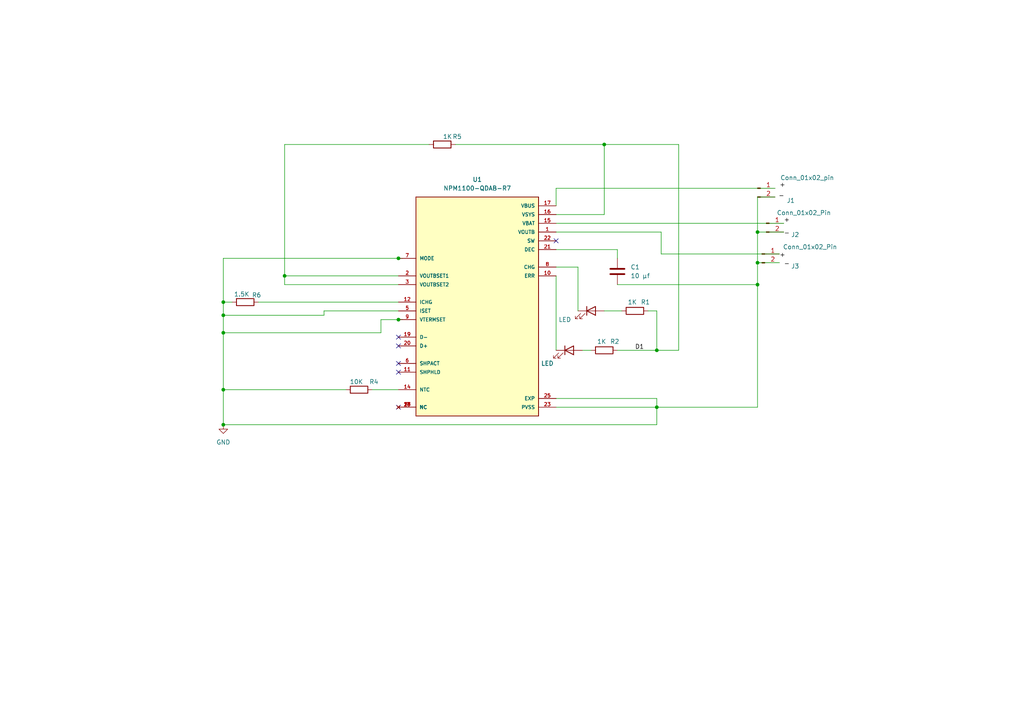
<source format=kicad_sch>
(kicad_sch
	(version 20250114)
	(generator "eeschema")
	(generator_version "9.0")
	(uuid "5347527d-400f-4982-9943-b803b328688c")
	(paper "A4")
	(title_block
		(title "NPM1100 EVAL BOARD DESIGN")
		(date "17-6-25")
		(rev "1.0")
	)
	(lib_symbols
		(symbol "Connector:Conn_01x02_Pin"
			(pin_names
				(offset 1.016)
				(hide yes)
			)
			(exclude_from_sim no)
			(in_bom yes)
			(on_board yes)
			(property "Reference" "J"
				(at 0 2.54 0)
				(effects
					(font
						(size 1.27 1.27)
					)
				)
			)
			(property "Value" "Conn_01x02_Pin"
				(at 0 -5.08 0)
				(effects
					(font
						(size 1.27 1.27)
					)
				)
			)
			(property "Footprint" ""
				(at 0 0 0)
				(effects
					(font
						(size 1.27 1.27)
					)
					(hide yes)
				)
			)
			(property "Datasheet" "~"
				(at 0 0 0)
				(effects
					(font
						(size 1.27 1.27)
					)
					(hide yes)
				)
			)
			(property "Description" "Generic connector, single row, 01x02, script generated"
				(at 0 0 0)
				(effects
					(font
						(size 1.27 1.27)
					)
					(hide yes)
				)
			)
			(property "ki_locked" ""
				(at 0 0 0)
				(effects
					(font
						(size 1.27 1.27)
					)
				)
			)
			(property "ki_keywords" "connector"
				(at 0 0 0)
				(effects
					(font
						(size 1.27 1.27)
					)
					(hide yes)
				)
			)
			(property "ki_fp_filters" "Connector*:*_1x??_*"
				(at 0 0 0)
				(effects
					(font
						(size 1.27 1.27)
					)
					(hide yes)
				)
			)
			(symbol "Conn_01x02_Pin_1_1"
				(rectangle
					(start 0.8636 0.127)
					(end 0 -0.127)
					(stroke
						(width 0.1524)
						(type default)
					)
					(fill
						(type outline)
					)
				)
				(rectangle
					(start 0.8636 -2.413)
					(end 0 -2.667)
					(stroke
						(width 0.1524)
						(type default)
					)
					(fill
						(type outline)
					)
				)
				(polyline
					(pts
						(xy 1.27 0) (xy 0.8636 0)
					)
					(stroke
						(width 0.1524)
						(type default)
					)
					(fill
						(type none)
					)
				)
				(polyline
					(pts
						(xy 1.27 -2.54) (xy 0.8636 -2.54)
					)
					(stroke
						(width 0.1524)
						(type default)
					)
					(fill
						(type none)
					)
				)
				(pin passive line
					(at 5.08 0 180)
					(length 3.81)
					(name "Pin_1"
						(effects
							(font
								(size 1.27 1.27)
							)
						)
					)
					(number "1"
						(effects
							(font
								(size 1.27 1.27)
							)
						)
					)
				)
				(pin passive line
					(at 5.08 -2.54 180)
					(length 3.81)
					(name "Pin_2"
						(effects
							(font
								(size 1.27 1.27)
							)
						)
					)
					(number "2"
						(effects
							(font
								(size 1.27 1.27)
							)
						)
					)
				)
			)
			(embedded_fonts no)
		)
		(symbol "Device:C"
			(pin_numbers
				(hide yes)
			)
			(pin_names
				(offset 0.254)
			)
			(exclude_from_sim no)
			(in_bom yes)
			(on_board yes)
			(property "Reference" "C"
				(at 0.635 2.54 0)
				(effects
					(font
						(size 1.27 1.27)
					)
					(justify left)
				)
			)
			(property "Value" "C"
				(at 0.635 -2.54 0)
				(effects
					(font
						(size 1.27 1.27)
					)
					(justify left)
				)
			)
			(property "Footprint" ""
				(at 0.9652 -3.81 0)
				(effects
					(font
						(size 1.27 1.27)
					)
					(hide yes)
				)
			)
			(property "Datasheet" "~"
				(at 0 0 0)
				(effects
					(font
						(size 1.27 1.27)
					)
					(hide yes)
				)
			)
			(property "Description" "Unpolarized capacitor"
				(at 0 0 0)
				(effects
					(font
						(size 1.27 1.27)
					)
					(hide yes)
				)
			)
			(property "ki_keywords" "cap capacitor"
				(at 0 0 0)
				(effects
					(font
						(size 1.27 1.27)
					)
					(hide yes)
				)
			)
			(property "ki_fp_filters" "C_*"
				(at 0 0 0)
				(effects
					(font
						(size 1.27 1.27)
					)
					(hide yes)
				)
			)
			(symbol "C_0_1"
				(polyline
					(pts
						(xy -2.032 0.762) (xy 2.032 0.762)
					)
					(stroke
						(width 0.508)
						(type default)
					)
					(fill
						(type none)
					)
				)
				(polyline
					(pts
						(xy -2.032 -0.762) (xy 2.032 -0.762)
					)
					(stroke
						(width 0.508)
						(type default)
					)
					(fill
						(type none)
					)
				)
			)
			(symbol "C_1_1"
				(pin passive line
					(at 0 3.81 270)
					(length 2.794)
					(name "~"
						(effects
							(font
								(size 1.27 1.27)
							)
						)
					)
					(number "1"
						(effects
							(font
								(size 1.27 1.27)
							)
						)
					)
				)
				(pin passive line
					(at 0 -3.81 90)
					(length 2.794)
					(name "~"
						(effects
							(font
								(size 1.27 1.27)
							)
						)
					)
					(number "2"
						(effects
							(font
								(size 1.27 1.27)
							)
						)
					)
				)
			)
			(embedded_fonts no)
		)
		(symbol "Device:LED"
			(pin_numbers
				(hide yes)
			)
			(pin_names
				(offset 1.016)
				(hide yes)
			)
			(exclude_from_sim no)
			(in_bom yes)
			(on_board yes)
			(property "Reference" "D"
				(at 0 2.54 0)
				(effects
					(font
						(size 1.27 1.27)
					)
				)
			)
			(property "Value" "LED"
				(at 0 -2.54 0)
				(effects
					(font
						(size 1.27 1.27)
					)
				)
			)
			(property "Footprint" ""
				(at 0 0 0)
				(effects
					(font
						(size 1.27 1.27)
					)
					(hide yes)
				)
			)
			(property "Datasheet" "~"
				(at 0 0 0)
				(effects
					(font
						(size 1.27 1.27)
					)
					(hide yes)
				)
			)
			(property "Description" "Light emitting diode"
				(at 0 0 0)
				(effects
					(font
						(size 1.27 1.27)
					)
					(hide yes)
				)
			)
			(property "Sim.Pins" "1=K 2=A"
				(at 0 0 0)
				(effects
					(font
						(size 1.27 1.27)
					)
					(hide yes)
				)
			)
			(property "ki_keywords" "LED diode"
				(at 0 0 0)
				(effects
					(font
						(size 1.27 1.27)
					)
					(hide yes)
				)
			)
			(property "ki_fp_filters" "LED* LED_SMD:* LED_THT:*"
				(at 0 0 0)
				(effects
					(font
						(size 1.27 1.27)
					)
					(hide yes)
				)
			)
			(symbol "LED_0_1"
				(polyline
					(pts
						(xy -3.048 -0.762) (xy -4.572 -2.286) (xy -3.81 -2.286) (xy -4.572 -2.286) (xy -4.572 -1.524)
					)
					(stroke
						(width 0)
						(type default)
					)
					(fill
						(type none)
					)
				)
				(polyline
					(pts
						(xy -1.778 -0.762) (xy -3.302 -2.286) (xy -2.54 -2.286) (xy -3.302 -2.286) (xy -3.302 -1.524)
					)
					(stroke
						(width 0)
						(type default)
					)
					(fill
						(type none)
					)
				)
				(polyline
					(pts
						(xy -1.27 0) (xy 1.27 0)
					)
					(stroke
						(width 0)
						(type default)
					)
					(fill
						(type none)
					)
				)
				(polyline
					(pts
						(xy -1.27 -1.27) (xy -1.27 1.27)
					)
					(stroke
						(width 0.254)
						(type default)
					)
					(fill
						(type none)
					)
				)
				(polyline
					(pts
						(xy 1.27 -1.27) (xy 1.27 1.27) (xy -1.27 0) (xy 1.27 -1.27)
					)
					(stroke
						(width 0.254)
						(type default)
					)
					(fill
						(type none)
					)
				)
			)
			(symbol "LED_1_1"
				(pin passive line
					(at -3.81 0 0)
					(length 2.54)
					(name "K"
						(effects
							(font
								(size 1.27 1.27)
							)
						)
					)
					(number "1"
						(effects
							(font
								(size 1.27 1.27)
							)
						)
					)
				)
				(pin passive line
					(at 3.81 0 180)
					(length 2.54)
					(name "A"
						(effects
							(font
								(size 1.27 1.27)
							)
						)
					)
					(number "2"
						(effects
							(font
								(size 1.27 1.27)
							)
						)
					)
				)
			)
			(embedded_fonts no)
		)
		(symbol "Device:R"
			(pin_numbers
				(hide yes)
			)
			(pin_names
				(offset 0)
			)
			(exclude_from_sim no)
			(in_bom yes)
			(on_board yes)
			(property "Reference" "R"
				(at 2.032 0 90)
				(effects
					(font
						(size 1.27 1.27)
					)
				)
			)
			(property "Value" "R"
				(at 0 0 90)
				(effects
					(font
						(size 1.27 1.27)
					)
				)
			)
			(property "Footprint" ""
				(at -1.778 0 90)
				(effects
					(font
						(size 1.27 1.27)
					)
					(hide yes)
				)
			)
			(property "Datasheet" "~"
				(at 0 0 0)
				(effects
					(font
						(size 1.27 1.27)
					)
					(hide yes)
				)
			)
			(property "Description" "Resistor"
				(at 0 0 0)
				(effects
					(font
						(size 1.27 1.27)
					)
					(hide yes)
				)
			)
			(property "ki_keywords" "R res resistor"
				(at 0 0 0)
				(effects
					(font
						(size 1.27 1.27)
					)
					(hide yes)
				)
			)
			(property "ki_fp_filters" "R_*"
				(at 0 0 0)
				(effects
					(font
						(size 1.27 1.27)
					)
					(hide yes)
				)
			)
			(symbol "R_0_1"
				(rectangle
					(start -1.016 -2.54)
					(end 1.016 2.54)
					(stroke
						(width 0.254)
						(type default)
					)
					(fill
						(type none)
					)
				)
			)
			(symbol "R_1_1"
				(pin passive line
					(at 0 3.81 270)
					(length 1.27)
					(name "~"
						(effects
							(font
								(size 1.27 1.27)
							)
						)
					)
					(number "1"
						(effects
							(font
								(size 1.27 1.27)
							)
						)
					)
				)
				(pin passive line
					(at 0 -3.81 90)
					(length 1.27)
					(name "~"
						(effects
							(font
								(size 1.27 1.27)
							)
						)
					)
					(number "2"
						(effects
							(font
								(size 1.27 1.27)
							)
						)
					)
				)
			)
			(embedded_fonts no)
		)
		(symbol "NPM1100-QDAB-R7:NPM1100-QDAB-R7"
			(pin_names
				(offset 1.016)
			)
			(exclude_from_sim no)
			(in_bom yes)
			(on_board yes)
			(property "Reference" "U"
				(at -17.78 35.56 0)
				(effects
					(font
						(size 1.27 1.27)
					)
					(justify left top)
				)
			)
			(property "Value" "NPM1100-QDAB-R7"
				(at -17.78 -33.02 0)
				(effects
					(font
						(size 1.27 1.27)
					)
					(justify left bottom)
				)
			)
			(property "Footprint" "NPM1100-QDAB-R7:QFN50P400X400X90-25N"
				(at 0 0 0)
				(effects
					(font
						(size 1.27 1.27)
					)
					(justify bottom)
					(hide yes)
				)
			)
			(property "Datasheet" ""
				(at 0 0 0)
				(effects
					(font
						(size 1.27 1.27)
					)
					(hide yes)
				)
			)
			(property "Description" ""
				(at 0 0 0)
				(effects
					(font
						(size 1.27 1.27)
					)
					(hide yes)
				)
			)
			(property "MF" "Nordic Semiconductor ASA"
				(at 0 0 0)
				(effects
					(font
						(size 1.27 1.27)
					)
					(justify bottom)
					(hide yes)
				)
			)
			(property "MAXIMUM_PACKAGE_HEIGHT" "0.90mm"
				(at 0 0 0)
				(effects
					(font
						(size 1.27 1.27)
					)
					(justify bottom)
					(hide yes)
				)
			)
			(property "Package" "None"
				(at 0 0 0)
				(effects
					(font
						(size 1.27 1.27)
					)
					(justify bottom)
					(hide yes)
				)
			)
			(property "Price" "None"
				(at 0 0 0)
				(effects
					(font
						(size 1.27 1.27)
					)
					(justify bottom)
					(hide yes)
				)
			)
			(property "Check_prices" "https://www.snapeda.com/parts/NPM1100-QDAB-R7/Nordic+Power/view-part/?ref=eda"
				(at 0 0 0)
				(effects
					(font
						(size 1.27 1.27)
					)
					(justify bottom)
					(hide yes)
				)
			)
			(property "STANDARD" "IPC-7351B"
				(at 0 0 0)
				(effects
					(font
						(size 1.27 1.27)
					)
					(justify bottom)
					(hide yes)
				)
			)
			(property "PARTREV" "1.3"
				(at 0 0 0)
				(effects
					(font
						(size 1.27 1.27)
					)
					(justify bottom)
					(hide yes)
				)
			)
			(property "SnapEDA_Link" "https://www.snapeda.com/parts/NPM1100-QDAB-R7/Nordic+Power/view-part/?ref=snap"
				(at 0 0 0)
				(effects
					(font
						(size 1.27 1.27)
					)
					(justify bottom)
					(hide yes)
				)
			)
			(property "MP" "NPM1100-QDAB-R7"
				(at 0 0 0)
				(effects
					(font
						(size 1.27 1.27)
					)
					(justify bottom)
					(hide yes)
				)
			)
			(property "Description_1" "Battery Power Management IC Lithium Ion/Polymer 24-QFN (4x4)"
				(at 0 0 0)
				(effects
					(font
						(size 1.27 1.27)
					)
					(justify bottom)
					(hide yes)
				)
			)
			(property "MANUFACTURER" "Nordic Semiconductor"
				(at 0 0 0)
				(effects
					(font
						(size 1.27 1.27)
					)
					(justify bottom)
					(hide yes)
				)
			)
			(property "Availability" "In Stock"
				(at 0 0 0)
				(effects
					(font
						(size 1.27 1.27)
					)
					(justify bottom)
					(hide yes)
				)
			)
			(property "SNAPEDA_PN" "NPM1100-QDAB-R7"
				(at 0 0 0)
				(effects
					(font
						(size 1.27 1.27)
					)
					(justify bottom)
					(hide yes)
				)
			)
			(symbol "NPM1100-QDAB-R7_0_0"
				(rectangle
					(start -17.78 -30.48)
					(end 17.78 33.02)
					(stroke
						(width 0.254)
						(type default)
					)
					(fill
						(type background)
					)
				)
				(pin bidirectional line
					(at -22.86 15.24 0)
					(length 5.08)
					(name "MODE"
						(effects
							(font
								(size 1.016 1.016)
							)
						)
					)
					(number "7"
						(effects
							(font
								(size 1.016 1.016)
							)
						)
					)
				)
				(pin bidirectional line
					(at -22.86 10.16 0)
					(length 5.08)
					(name "VOUTBSET1"
						(effects
							(font
								(size 1.016 1.016)
							)
						)
					)
					(number "2"
						(effects
							(font
								(size 1.016 1.016)
							)
						)
					)
				)
				(pin bidirectional line
					(at -22.86 7.62 0)
					(length 5.08)
					(name "VOUTBSET2"
						(effects
							(font
								(size 1.016 1.016)
							)
						)
					)
					(number "3"
						(effects
							(font
								(size 1.016 1.016)
							)
						)
					)
				)
				(pin input line
					(at -22.86 2.54 0)
					(length 5.08)
					(name "ICHG"
						(effects
							(font
								(size 1.016 1.016)
							)
						)
					)
					(number "12"
						(effects
							(font
								(size 1.016 1.016)
							)
						)
					)
				)
				(pin bidirectional line
					(at -22.86 0 0)
					(length 5.08)
					(name "ISET"
						(effects
							(font
								(size 1.016 1.016)
							)
						)
					)
					(number "5"
						(effects
							(font
								(size 1.016 1.016)
							)
						)
					)
				)
				(pin bidirectional line
					(at -22.86 -2.54 0)
					(length 5.08)
					(name "VTERMSET"
						(effects
							(font
								(size 1.016 1.016)
							)
						)
					)
					(number "9"
						(effects
							(font
								(size 1.016 1.016)
							)
						)
					)
				)
				(pin input line
					(at -22.86 -7.62 0)
					(length 5.08)
					(name "D-"
						(effects
							(font
								(size 1.016 1.016)
							)
						)
					)
					(number "19"
						(effects
							(font
								(size 1.016 1.016)
							)
						)
					)
				)
				(pin input line
					(at -22.86 -10.16 0)
					(length 5.08)
					(name "D+"
						(effects
							(font
								(size 1.016 1.016)
							)
						)
					)
					(number "20"
						(effects
							(font
								(size 1.016 1.016)
							)
						)
					)
				)
				(pin bidirectional line
					(at -22.86 -15.24 0)
					(length 5.08)
					(name "SHPACT"
						(effects
							(font
								(size 1.016 1.016)
							)
						)
					)
					(number "6"
						(effects
							(font
								(size 1.016 1.016)
							)
						)
					)
				)
				(pin bidirectional line
					(at -22.86 -17.78 0)
					(length 5.08)
					(name "SHPHLD"
						(effects
							(font
								(size 1.016 1.016)
							)
						)
					)
					(number "11"
						(effects
							(font
								(size 1.016 1.016)
							)
						)
					)
				)
				(pin input line
					(at -22.86 -22.86 0)
					(length 5.08)
					(name "NTC"
						(effects
							(font
								(size 1.016 1.016)
							)
						)
					)
					(number "14"
						(effects
							(font
								(size 1.016 1.016)
							)
						)
					)
				)
				(pin no_connect line
					(at -22.86 -27.94 0)
					(length 5.08)
					(name "NC"
						(effects
							(font
								(size 1.016 1.016)
							)
						)
					)
					(number "13"
						(effects
							(font
								(size 1.016 1.016)
							)
						)
					)
				)
				(pin no_connect line
					(at -22.86 -27.94 0)
					(length 5.08)
					(name "NC"
						(effects
							(font
								(size 1.016 1.016)
							)
						)
					)
					(number "18"
						(effects
							(font
								(size 1.016 1.016)
							)
						)
					)
				)
				(pin no_connect line
					(at -22.86 -27.94 0)
					(length 5.08)
					(name "NC"
						(effects
							(font
								(size 1.016 1.016)
							)
						)
					)
					(number "24"
						(effects
							(font
								(size 1.016 1.016)
							)
						)
					)
				)
				(pin no_connect line
					(at -22.86 -27.94 0)
					(length 5.08)
					(name "NC"
						(effects
							(font
								(size 1.016 1.016)
							)
						)
					)
					(number "4"
						(effects
							(font
								(size 1.016 1.016)
							)
						)
					)
				)
				(pin power_in line
					(at 22.86 30.48 180)
					(length 5.08)
					(name "VBUS"
						(effects
							(font
								(size 1.016 1.016)
							)
						)
					)
					(number "17"
						(effects
							(font
								(size 1.016 1.016)
							)
						)
					)
				)
				(pin power_in line
					(at 22.86 27.94 180)
					(length 5.08)
					(name "VSYS"
						(effects
							(font
								(size 1.016 1.016)
							)
						)
					)
					(number "16"
						(effects
							(font
								(size 1.016 1.016)
							)
						)
					)
				)
				(pin power_in line
					(at 22.86 25.4 180)
					(length 5.08)
					(name "VBAT"
						(effects
							(font
								(size 1.016 1.016)
							)
						)
					)
					(number "15"
						(effects
							(font
								(size 1.016 1.016)
							)
						)
					)
				)
				(pin power_in line
					(at 22.86 22.86 180)
					(length 5.08)
					(name "VOUTB"
						(effects
							(font
								(size 1.016 1.016)
							)
						)
					)
					(number "1"
						(effects
							(font
								(size 1.016 1.016)
							)
						)
					)
				)
				(pin power_in line
					(at 22.86 20.32 180)
					(length 5.08)
					(name "SW"
						(effects
							(font
								(size 1.016 1.016)
							)
						)
					)
					(number "22"
						(effects
							(font
								(size 1.016 1.016)
							)
						)
					)
				)
				(pin power_in line
					(at 22.86 17.78 180)
					(length 5.08)
					(name "DEC"
						(effects
							(font
								(size 1.016 1.016)
							)
						)
					)
					(number "21"
						(effects
							(font
								(size 1.016 1.016)
							)
						)
					)
				)
				(pin output line
					(at 22.86 12.7 180)
					(length 5.08)
					(name "CHG"
						(effects
							(font
								(size 1.016 1.016)
							)
						)
					)
					(number "8"
						(effects
							(font
								(size 1.016 1.016)
							)
						)
					)
				)
				(pin output line
					(at 22.86 10.16 180)
					(length 5.08)
					(name "ERR"
						(effects
							(font
								(size 1.016 1.016)
							)
						)
					)
					(number "10"
						(effects
							(font
								(size 1.016 1.016)
							)
						)
					)
				)
				(pin power_in line
					(at 22.86 -25.4 180)
					(length 5.08)
					(name "EXP"
						(effects
							(font
								(size 1.016 1.016)
							)
						)
					)
					(number "25"
						(effects
							(font
								(size 1.016 1.016)
							)
						)
					)
				)
				(pin power_in line
					(at 22.86 -27.94 180)
					(length 5.08)
					(name "PVSS"
						(effects
							(font
								(size 1.016 1.016)
							)
						)
					)
					(number "23"
						(effects
							(font
								(size 1.016 1.016)
							)
						)
					)
				)
			)
			(embedded_fonts no)
		)
		(symbol "power:GND"
			(power)
			(pin_numbers
				(hide yes)
			)
			(pin_names
				(offset 0)
				(hide yes)
			)
			(exclude_from_sim no)
			(in_bom yes)
			(on_board yes)
			(property "Reference" "#PWR"
				(at 0 -6.35 0)
				(effects
					(font
						(size 1.27 1.27)
					)
					(hide yes)
				)
			)
			(property "Value" "GND"
				(at 0 -3.81 0)
				(effects
					(font
						(size 1.27 1.27)
					)
				)
			)
			(property "Footprint" ""
				(at 0 0 0)
				(effects
					(font
						(size 1.27 1.27)
					)
					(hide yes)
				)
			)
			(property "Datasheet" ""
				(at 0 0 0)
				(effects
					(font
						(size 1.27 1.27)
					)
					(hide yes)
				)
			)
			(property "Description" "Power symbol creates a global label with name \"GND\" , ground"
				(at 0 0 0)
				(effects
					(font
						(size 1.27 1.27)
					)
					(hide yes)
				)
			)
			(property "ki_keywords" "global power"
				(at 0 0 0)
				(effects
					(font
						(size 1.27 1.27)
					)
					(hide yes)
				)
			)
			(symbol "GND_0_1"
				(polyline
					(pts
						(xy 0 0) (xy 0 -1.27) (xy 1.27 -1.27) (xy 0 -2.54) (xy -1.27 -1.27) (xy 0 -1.27)
					)
					(stroke
						(width 0)
						(type default)
					)
					(fill
						(type none)
					)
				)
			)
			(symbol "GND_1_1"
				(pin power_in line
					(at 0 0 270)
					(length 0)
					(name "~"
						(effects
							(font
								(size 1.27 1.27)
							)
						)
					)
					(number "1"
						(effects
							(font
								(size 1.27 1.27)
							)
						)
					)
				)
			)
			(embedded_fonts no)
		)
	)
	(junction
		(at 175.26 41.91)
		(diameter 0)
		(color 0 0 0 0)
		(uuid "109d2449-56fd-4b40-a7c7-615279b75ed5")
	)
	(junction
		(at 64.77 123.19)
		(diameter 0)
		(color 0 0 0 0)
		(uuid "2eba6152-73a6-4bff-801a-4af5f5269f7a")
	)
	(junction
		(at 82.55 80.01)
		(diameter 0)
		(color 0 0 0 0)
		(uuid "3409ad42-0109-4bc5-b6ea-a7c4ecc4e067")
	)
	(junction
		(at 115.57 74.93)
		(diameter 0)
		(color 0 0 0 0)
		(uuid "41ac70fd-3ceb-45eb-bbc5-4a2717aef9f9")
	)
	(junction
		(at 115.57 92.71)
		(diameter 0)
		(color 0 0 0 0)
		(uuid "420d65c6-a5ea-4916-a000-c4218790466b")
	)
	(junction
		(at 64.77 91.44)
		(diameter 0)
		(color 0 0 0 0)
		(uuid "4e5e2437-721e-4b19-9a34-697b81ba1eaa")
	)
	(junction
		(at 64.77 87.63)
		(diameter 0)
		(color 0 0 0 0)
		(uuid "5b6ca2c3-5140-4880-be3c-9988a5583105")
	)
	(junction
		(at 64.77 113.03)
		(diameter 0)
		(color 0 0 0 0)
		(uuid "5c1c5a99-65a0-47a9-9779-2d7e25505efb")
	)
	(junction
		(at 219.71 67.31)
		(diameter 0)
		(color 0 0 0 0)
		(uuid "5db64bd1-e1e2-4f72-8a91-5abc9fa7f5ae")
	)
	(junction
		(at 219.71 82.55)
		(diameter 0)
		(color 0 0 0 0)
		(uuid "60b056f0-8fcc-4007-b6a7-5b0e40c3f84b")
	)
	(junction
		(at 219.71 76.2)
		(diameter 0)
		(color 0 0 0 0)
		(uuid "71d7dd67-3e9b-4dd0-84b5-eff43ce41b6e")
	)
	(junction
		(at 190.5 101.6)
		(diameter 0)
		(color 0 0 0 0)
		(uuid "82b83bea-f245-4039-84a4-10e5b267220a")
	)
	(junction
		(at 190.5 118.11)
		(diameter 0)
		(color 0 0 0 0)
		(uuid "9a18ea3e-2bf4-4073-a03f-cc209ff3ee64")
	)
	(junction
		(at 64.77 96.52)
		(diameter 0)
		(color 0 0 0 0)
		(uuid "fe42922f-5b19-4acd-bcbd-d21cfb3003c0")
	)
	(no_connect
		(at 115.57 97.79)
		(uuid "1468d416-c802-41e0-9809-3e5091d59900")
	)
	(no_connect
		(at 115.57 118.11)
		(uuid "330d60e1-deda-439a-976f-ec321fd305c2")
	)
	(no_connect
		(at 161.29 69.85)
		(uuid "8e104ec3-2ea4-4386-82e2-9b02df9f29ab")
	)
	(no_connect
		(at 115.57 100.33)
		(uuid "aae8f48e-2c0f-412a-baa9-267bfda08e16")
	)
	(no_connect
		(at 115.57 105.41)
		(uuid "b5b4a38a-8ab6-42bc-bdec-893a337c5875")
	)
	(no_connect
		(at 115.57 107.95)
		(uuid "f9b2d54a-0562-41ae-963e-4612125c50d8")
	)
	(wire
		(pts
			(xy 82.55 41.91) (xy 82.55 80.01)
		)
		(stroke
			(width 0)
			(type default)
		)
		(uuid "0567f1b4-674e-4dc7-a34e-46ff34028266")
	)
	(wire
		(pts
			(xy 175.26 62.23) (xy 175.26 41.91)
		)
		(stroke
			(width 0)
			(type default)
		)
		(uuid "0769b37c-25c0-49ac-8573-336661ce3ec8")
	)
	(wire
		(pts
			(xy 219.71 57.15) (xy 224.79 57.15)
		)
		(stroke
			(width 0)
			(type default)
		)
		(uuid "078057a3-a5bb-4990-aa9f-89877c293214")
	)
	(wire
		(pts
			(xy 161.29 118.11) (xy 190.5 118.11)
		)
		(stroke
			(width 0)
			(type default)
		)
		(uuid "0ac35310-c948-4453-83ce-2546fe4bfd2e")
	)
	(wire
		(pts
			(xy 161.29 77.47) (xy 167.64 77.47)
		)
		(stroke
			(width 0)
			(type default)
		)
		(uuid "158e0f62-5a85-485a-aadb-3000fe8a06fe")
	)
	(wire
		(pts
			(xy 179.07 101.6) (xy 190.5 101.6)
		)
		(stroke
			(width 0)
			(type default)
		)
		(uuid "15af5e96-d842-44fa-b5e7-340b4139a041")
	)
	(wire
		(pts
			(xy 74.93 87.63) (xy 115.57 87.63)
		)
		(stroke
			(width 0)
			(type default)
		)
		(uuid "1e6ef605-720f-4e69-82cd-bf70f50334a7")
	)
	(wire
		(pts
			(xy 64.77 113.03) (xy 64.77 123.19)
		)
		(stroke
			(width 0)
			(type default)
		)
		(uuid "1eea63e1-2b37-4aa8-acf5-c430cfe1aa34")
	)
	(wire
		(pts
			(xy 187.96 90.17) (xy 190.5 90.17)
		)
		(stroke
			(width 0)
			(type default)
		)
		(uuid "1fcaedfa-3ff1-4187-bc2e-647cd92d34f6")
	)
	(wire
		(pts
			(xy 64.77 113.03) (xy 100.33 113.03)
		)
		(stroke
			(width 0)
			(type default)
		)
		(uuid "2189256a-58e4-4e95-a154-1c52538878e8")
	)
	(wire
		(pts
			(xy 161.29 115.57) (xy 190.5 115.57)
		)
		(stroke
			(width 0)
			(type default)
		)
		(uuid "22549cdf-f40f-4958-8cc0-39a9759182be")
	)
	(wire
		(pts
			(xy 132.08 41.91) (xy 175.26 41.91)
		)
		(stroke
			(width 0)
			(type default)
		)
		(uuid "24443e1d-1004-4d05-8a5a-1d686a9be16e")
	)
	(wire
		(pts
			(xy 219.71 67.31) (xy 219.71 76.2)
		)
		(stroke
			(width 0)
			(type default)
		)
		(uuid "29e0f13e-5d9e-4ac9-88d1-6a3bcabb4aba")
	)
	(wire
		(pts
			(xy 82.55 80.01) (xy 82.55 82.55)
		)
		(stroke
			(width 0)
			(type default)
		)
		(uuid "33b66d04-1c0f-4ffd-93bf-a19a9b55bb86")
	)
	(wire
		(pts
			(xy 64.77 87.63) (xy 64.77 91.44)
		)
		(stroke
			(width 0)
			(type default)
		)
		(uuid "4f10b633-fa25-47bf-9d55-c0a79db8b54d")
	)
	(wire
		(pts
			(xy 179.07 72.39) (xy 179.07 74.93)
		)
		(stroke
			(width 0)
			(type default)
		)
		(uuid "543a646b-cd6d-4d00-a7b7-d9b77f70530c")
	)
	(wire
		(pts
			(xy 82.55 41.91) (xy 124.46 41.91)
		)
		(stroke
			(width 0)
			(type default)
		)
		(uuid "55ce9e69-6ee1-4e97-a066-c2474449cd25")
	)
	(wire
		(pts
			(xy 93.98 90.17) (xy 115.57 90.17)
		)
		(stroke
			(width 0)
			(type default)
		)
		(uuid "571edb0d-1638-4d5c-a94d-51007b1612c2")
	)
	(wire
		(pts
			(xy 190.5 115.57) (xy 190.5 118.11)
		)
		(stroke
			(width 0)
			(type default)
		)
		(uuid "5c046e5c-83d5-46ea-8b5b-c551167d7328")
	)
	(wire
		(pts
			(xy 64.77 96.52) (xy 110.49 96.52)
		)
		(stroke
			(width 0)
			(type default)
		)
		(uuid "5f6abe89-5033-470b-80aa-265ca6c8582a")
	)
	(wire
		(pts
			(xy 161.29 62.23) (xy 175.26 62.23)
		)
		(stroke
			(width 0)
			(type default)
		)
		(uuid "63f6756b-5a48-4031-8469-263f1b20457b")
	)
	(wire
		(pts
			(xy 64.77 123.19) (xy 190.5 123.19)
		)
		(stroke
			(width 0)
			(type default)
		)
		(uuid "6e15543a-3be9-406a-8143-30d362d151c4")
	)
	(wire
		(pts
			(xy 161.29 54.61) (xy 161.29 59.69)
		)
		(stroke
			(width 0)
			(type default)
		)
		(uuid "70b4b1de-9edf-4ca1-9d13-6dedfc642c97")
	)
	(wire
		(pts
			(xy 219.71 76.2) (xy 219.71 82.55)
		)
		(stroke
			(width 0)
			(type default)
		)
		(uuid "726b10f0-56d4-491a-911b-34350bcf0450")
	)
	(wire
		(pts
			(xy 175.26 41.91) (xy 196.85 41.91)
		)
		(stroke
			(width 0)
			(type default)
		)
		(uuid "72c66074-c9cf-49ee-a8d7-4814cf8d10e1")
	)
	(wire
		(pts
			(xy 64.77 91.44) (xy 93.98 91.44)
		)
		(stroke
			(width 0)
			(type default)
		)
		(uuid "74d87af1-5184-49e0-8bdc-380fd0719f93")
	)
	(wire
		(pts
			(xy 219.71 57.15) (xy 219.71 67.31)
		)
		(stroke
			(width 0)
			(type default)
		)
		(uuid "805d3217-1924-43e2-80e4-8ca614e60c2f")
	)
	(wire
		(pts
			(xy 161.29 101.6) (xy 161.29 80.01)
		)
		(stroke
			(width 0)
			(type default)
		)
		(uuid "8130cece-80de-46e3-b27f-7d11a3b544b1")
	)
	(wire
		(pts
			(xy 161.29 67.31) (xy 191.77 67.31)
		)
		(stroke
			(width 0)
			(type default)
		)
		(uuid "81412884-20a7-4fcd-906d-555b89b87722")
	)
	(wire
		(pts
			(xy 179.07 82.55) (xy 219.71 82.55)
		)
		(stroke
			(width 0)
			(type default)
		)
		(uuid "862b9e9a-1878-4cee-af39-17590fe53712")
	)
	(wire
		(pts
			(xy 191.77 67.31) (xy 191.77 73.66)
		)
		(stroke
			(width 0)
			(type default)
		)
		(uuid "8ca526d6-2476-4284-8185-4fbf98a7503e")
	)
	(wire
		(pts
			(xy 115.57 92.71) (xy 110.49 92.71)
		)
		(stroke
			(width 0)
			(type default)
		)
		(uuid "9197459a-5e83-447e-ae11-fb2e17593778")
	)
	(wire
		(pts
			(xy 161.29 72.39) (xy 179.07 72.39)
		)
		(stroke
			(width 0)
			(type default)
		)
		(uuid "941a86b7-844c-4887-933f-63e86f8f49c1")
	)
	(wire
		(pts
			(xy 110.49 92.71) (xy 110.49 96.52)
		)
		(stroke
			(width 0)
			(type default)
		)
		(uuid "95c69c4b-3dbd-4d5b-8ca4-47a4b1403500")
	)
	(wire
		(pts
			(xy 190.5 118.11) (xy 219.71 118.11)
		)
		(stroke
			(width 0)
			(type default)
		)
		(uuid "97e4b61a-b25e-482e-86f0-a811b6c13275")
	)
	(wire
		(pts
			(xy 64.77 74.93) (xy 64.77 87.63)
		)
		(stroke
			(width 0)
			(type default)
		)
		(uuid "a0b669ee-e999-4469-a0d4-5d04c29c1fc6")
	)
	(wire
		(pts
			(xy 196.85 41.91) (xy 196.85 101.6)
		)
		(stroke
			(width 0)
			(type default)
		)
		(uuid "a103b266-c27b-4b40-b0cd-d5ab4fd326d2")
	)
	(wire
		(pts
			(xy 219.71 67.31) (xy 227.33 67.31)
		)
		(stroke
			(width 0)
			(type default)
		)
		(uuid "a47d2eb7-617d-4540-afc6-dcf8ad741c73")
	)
	(wire
		(pts
			(xy 107.95 113.03) (xy 115.57 113.03)
		)
		(stroke
			(width 0)
			(type default)
		)
		(uuid "ac113739-c409-4f13-a3d5-b1613f13f2a6")
	)
	(wire
		(pts
			(xy 175.26 90.17) (xy 180.34 90.17)
		)
		(stroke
			(width 0)
			(type default)
		)
		(uuid "ad6813e5-7855-49f5-b574-d95f8a2b364f")
	)
	(wire
		(pts
			(xy 116.84 92.71) (xy 115.57 92.71)
		)
		(stroke
			(width 0)
			(type default)
		)
		(uuid "bfb31e34-d6a4-492e-a799-7b9c9dc28fe8")
	)
	(wire
		(pts
			(xy 67.31 87.63) (xy 64.77 87.63)
		)
		(stroke
			(width 0)
			(type default)
		)
		(uuid "c1ed1256-aaee-4fd0-9c27-9bfd562a66ee")
	)
	(wire
		(pts
			(xy 115.57 74.93) (xy 116.84 74.93)
		)
		(stroke
			(width 0)
			(type default)
		)
		(uuid "c36cafd6-b8be-4786-95c4-71192c060f76")
	)
	(wire
		(pts
			(xy 93.98 91.44) (xy 93.98 90.17)
		)
		(stroke
			(width 0)
			(type default)
		)
		(uuid "c9de506f-5a40-451b-aefa-5a4ea5d06c01")
	)
	(wire
		(pts
			(xy 168.91 101.6) (xy 171.45 101.6)
		)
		(stroke
			(width 0)
			(type default)
		)
		(uuid "d2ed0291-01ea-4920-bf7b-a6709fc33b7b")
	)
	(wire
		(pts
			(xy 190.5 90.17) (xy 190.5 101.6)
		)
		(stroke
			(width 0)
			(type default)
		)
		(uuid "dc32da43-64ef-4166-b72b-fd129f5a93dd")
	)
	(wire
		(pts
			(xy 167.64 77.47) (xy 167.64 90.17)
		)
		(stroke
			(width 0)
			(type default)
		)
		(uuid "e292b454-fa74-48a6-94ae-25573d1e852c")
	)
	(wire
		(pts
			(xy 161.29 54.61) (xy 224.79 54.61)
		)
		(stroke
			(width 0)
			(type default)
		)
		(uuid "e85d540e-d0e4-42c0-8cfe-6b343a83c15f")
	)
	(wire
		(pts
			(xy 190.5 101.6) (xy 196.85 101.6)
		)
		(stroke
			(width 0)
			(type default)
		)
		(uuid "e90b01f1-6351-4a63-932c-dea42d3b16e3")
	)
	(wire
		(pts
			(xy 190.5 123.19) (xy 190.5 118.11)
		)
		(stroke
			(width 0)
			(type default)
		)
		(uuid "ea730707-0993-4d9c-917b-6100b3282419")
	)
	(wire
		(pts
			(xy 82.55 82.55) (xy 115.57 82.55)
		)
		(stroke
			(width 0)
			(type default)
		)
		(uuid "eb0220b7-b9d9-4b45-9eb7-5be0ad5e046a")
	)
	(wire
		(pts
			(xy 191.77 73.66) (xy 226.06 73.66)
		)
		(stroke
			(width 0)
			(type default)
		)
		(uuid "ee5eb6d3-9e45-441c-bec8-4e0513b70e2e")
	)
	(wire
		(pts
			(xy 219.71 76.2) (xy 226.06 76.2)
		)
		(stroke
			(width 0)
			(type default)
		)
		(uuid "f1d1c784-8df1-451a-b116-df7b23a7996d")
	)
	(wire
		(pts
			(xy 219.71 82.55) (xy 219.71 118.11)
		)
		(stroke
			(width 0)
			(type default)
		)
		(uuid "f21fd3b1-a9e7-43e8-b8a4-849b84db405b")
	)
	(wire
		(pts
			(xy 64.77 91.44) (xy 64.77 96.52)
		)
		(stroke
			(width 0)
			(type default)
		)
		(uuid "f3010368-ab3a-4d11-9980-0450a1e525b0")
	)
	(wire
		(pts
			(xy 161.29 64.77) (xy 227.33 64.77)
		)
		(stroke
			(width 0)
			(type default)
		)
		(uuid "f682d576-7cae-4ee4-885b-351df9b3782b")
	)
	(wire
		(pts
			(xy 64.77 74.93) (xy 115.57 74.93)
		)
		(stroke
			(width 0)
			(type default)
		)
		(uuid "f7c0e074-a4ad-4e66-90ca-d8558f112df0")
	)
	(wire
		(pts
			(xy 82.55 80.01) (xy 115.57 80.01)
		)
		(stroke
			(width 0)
			(type default)
		)
		(uuid "fd5c060a-53d4-41ce-b7e7-35cd94d0c0ec")
	)
	(wire
		(pts
			(xy 64.77 96.52) (xy 64.77 113.03)
		)
		(stroke
			(width 0)
			(type default)
		)
		(uuid "fe5c95a8-d835-4673-ada5-fc1e010771b4")
	)
	(label "-"
		(at 227.33 77.47 0)
		(effects
			(font
				(size 1.27 1.27)
			)
			(justify left bottom)
		)
		(uuid "25a547fd-5099-43c0-a4b3-665c742a2d3e")
	)
	(label "+"
		(at 226.06 74.93 0)
		(effects
			(font
				(size 1.27 1.27)
			)
			(justify left bottom)
		)
		(uuid "3c4c2106-e413-4c80-aa4e-72f5bd957de5")
	)
	(label "D1"
		(at 184.15 101.6 0)
		(effects
			(font
				(size 1.27 1.27)
			)
			(justify left bottom)
		)
		(uuid "3e826587-91ca-46ed-9464-44f9b67fe83e")
	)
	(label "_"
		(at 226.06 57.15 0)
		(effects
			(font
				(size 1.27 1.27)
			)
			(justify left bottom)
		)
		(uuid "96880e77-8aea-4a7e-a19f-4e2ce6cbbcb0")
	)
	(label "-"
		(at 227.33 68.58 0)
		(effects
			(font
				(size 1.27 1.27)
			)
			(justify left bottom)
		)
		(uuid "adf06ed8-6b39-4e01-a6a7-0026d138c67c")
	)
	(label "+"
		(at 226.06 54.61 0)
		(effects
			(font
				(size 1.27 1.27)
			)
			(justify left bottom)
		)
		(uuid "c596111a-8954-452c-9f77-0b2b469bbb79")
	)
	(label "+"
		(at 227.33 64.77 0)
		(effects
			(font
				(size 1.27 1.27)
			)
			(justify left bottom)
		)
		(uuid "dacae7f5-7b1f-40e3-ad3d-b9008d508135")
	)
	(symbol
		(lib_id "Device:LED")
		(at 165.1 101.6 0)
		(unit 1)
		(exclude_from_sim no)
		(in_bom yes)
		(on_board yes)
		(dnp no)
		(uuid "13f7350e-5b97-467a-aa0e-86dd8d7c0378")
		(property "Reference" "D1"
			(at 163.5125 109.22 0)
			(effects
				(font
					(size 1.27 1.27)
				)
				(hide yes)
			)
		)
		(property "Value" "LED"
			(at 158.75 105.41 0)
			(effects
				(font
					(size 1.27 1.27)
				)
			)
		)
		(property "Footprint" "LED_SMD:LED_0201_0603Metric_Pad0.64x0.40mm_HandSolder"
			(at 165.1 101.6 0)
			(effects
				(font
					(size 1.27 1.27)
				)
				(hide yes)
			)
		)
		(property "Datasheet" "~"
			(at 165.1 101.6 0)
			(effects
				(font
					(size 1.27 1.27)
				)
				(hide yes)
			)
		)
		(property "Description" "Light emitting diode"
			(at 165.1 101.6 0)
			(effects
				(font
					(size 1.27 1.27)
				)
				(hide yes)
			)
		)
		(property "Sim.Pins" "1=K 2=A"
			(at 165.1 101.6 0)
			(effects
				(font
					(size 1.27 1.27)
				)
				(hide yes)
			)
		)
		(pin "1"
			(uuid "165454a1-ebf5-47ba-a581-9517cb7c7faf")
		)
		(pin "2"
			(uuid "19b1c0a0-4b14-4f6a-9cb5-1c3c89b5cb27")
		)
		(instances
			(project "BB"
				(path "/5347527d-400f-4982-9943-b803b328688c"
					(reference "D1")
					(unit 1)
				)
			)
		)
	)
	(symbol
		(lib_id "Device:R")
		(at 128.27 41.91 90)
		(unit 1)
		(exclude_from_sim no)
		(in_bom yes)
		(on_board yes)
		(dnp no)
		(uuid "3cfe6b84-6381-468d-bef1-b2e644f803dd")
		(property "Reference" "R5"
			(at 132.588 39.624 90)
			(effects
				(font
					(size 1.27 1.27)
				)
			)
		)
		(property "Value" "1K"
			(at 129.794 39.624 90)
			(effects
				(font
					(size 1.27 1.27)
				)
			)
		)
		(property "Footprint" "Resistor_SMD:R_0201_0603Metric_Pad0.64x0.40mm_HandSolder"
			(at 128.27 43.688 90)
			(effects
				(font
					(size 1.27 1.27)
				)
				(hide yes)
			)
		)
		(property "Datasheet" "~"
			(at 128.27 41.91 0)
			(effects
				(font
					(size 1.27 1.27)
				)
				(hide yes)
			)
		)
		(property "Description" "Resistor"
			(at 128.27 41.91 0)
			(effects
				(font
					(size 1.27 1.27)
				)
				(hide yes)
			)
		)
		(pin "2"
			(uuid "6e719821-05e8-4ed4-89a5-761709dff5dd")
		)
		(pin "1"
			(uuid "a63bd1ff-a6b1-4203-bed3-98754311a93c")
		)
		(instances
			(project "BB"
				(path "/5347527d-400f-4982-9943-b803b328688c"
					(reference "R5")
					(unit 1)
				)
			)
		)
	)
	(symbol
		(lib_id "power:GND")
		(at 64.77 123.19 0)
		(unit 1)
		(exclude_from_sim no)
		(in_bom yes)
		(on_board yes)
		(dnp no)
		(fields_autoplaced yes)
		(uuid "410755ee-5a93-435d-b1e1-7c52b07e6912")
		(property "Reference" "#PWR02"
			(at 64.77 129.54 0)
			(effects
				(font
					(size 1.27 1.27)
				)
				(hide yes)
			)
		)
		(property "Value" "GND"
			(at 64.77 128.27 0)
			(effects
				(font
					(size 1.27 1.27)
				)
			)
		)
		(property "Footprint" ""
			(at 64.77 123.19 0)
			(effects
				(font
					(size 1.27 1.27)
				)
				(hide yes)
			)
		)
		(property "Datasheet" ""
			(at 64.77 123.19 0)
			(effects
				(font
					(size 1.27 1.27)
				)
				(hide yes)
			)
		)
		(property "Description" "Power symbol creates a global label with name \"GND\" , ground"
			(at 64.77 123.19 0)
			(effects
				(font
					(size 1.27 1.27)
				)
				(hide yes)
			)
		)
		(pin "1"
			(uuid "7c698282-8b27-4e1a-af98-84fbb3c305d0")
		)
		(instances
			(project "BB"
				(path "/5347527d-400f-4982-9943-b803b328688c"
					(reference "#PWR02")
					(unit 1)
				)
			)
		)
	)
	(symbol
		(lib_id "NPM1100-QDAB-R7:NPM1100-QDAB-R7")
		(at 138.43 90.17 0)
		(unit 1)
		(exclude_from_sim no)
		(in_bom yes)
		(on_board yes)
		(dnp no)
		(fields_autoplaced yes)
		(uuid "4429ffa4-ce71-4141-8c8f-48f946335bef")
		(property "Reference" "U1"
			(at 138.43 52.07 0)
			(effects
				(font
					(size 1.27 1.27)
				)
			)
		)
		(property "Value" "NPM1100-QDAB-R7"
			(at 138.43 54.61 0)
			(effects
				(font
					(size 1.27 1.27)
				)
			)
		)
		(property "Footprint" "QFN_CUSTOM:QFN50P400X400X90-25N"
			(at 138.43 90.17 0)
			(effects
				(font
					(size 1.27 1.27)
				)
				(justify bottom)
				(hide yes)
			)
		)
		(property "Datasheet" ""
			(at 138.43 90.17 0)
			(effects
				(font
					(size 1.27 1.27)
				)
				(hide yes)
			)
		)
		(property "Description" ""
			(at 138.43 90.17 0)
			(effects
				(font
					(size 1.27 1.27)
				)
				(hide yes)
			)
		)
		(property "MF" "Nordic Semiconductor ASA"
			(at 138.43 90.17 0)
			(effects
				(font
					(size 1.27 1.27)
				)
				(justify bottom)
				(hide yes)
			)
		)
		(property "MAXIMUM_PACKAGE_HEIGHT" "0.90mm"
			(at 138.43 90.17 0)
			(effects
				(font
					(size 1.27 1.27)
				)
				(justify bottom)
				(hide yes)
			)
		)
		(property "Package" "None"
			(at 138.43 90.17 0)
			(effects
				(font
					(size 1.27 1.27)
				)
				(justify bottom)
				(hide yes)
			)
		)
		(property "Price" "None"
			(at 138.43 90.17 0)
			(effects
				(font
					(size 1.27 1.27)
				)
				(justify bottom)
				(hide yes)
			)
		)
		(property "Check_prices" "https://www.snapeda.com/parts/NPM1100-QDAB-R7/Nordic+Power/view-part/?ref=eda"
			(at 138.43 90.17 0)
			(effects
				(font
					(size 1.27 1.27)
				)
				(justify bottom)
				(hide yes)
			)
		)
		(property "STANDARD" "IPC-7351B"
			(at 138.43 90.17 0)
			(effects
				(font
					(size 1.27 1.27)
				)
				(justify bottom)
				(hide yes)
			)
		)
		(property "PARTREV" "1.3"
			(at 138.43 90.17 0)
			(effects
				(font
					(size 1.27 1.27)
				)
				(justify bottom)
				(hide yes)
			)
		)
		(property "SnapEDA_Link" "https://www.snapeda.com/parts/NPM1100-QDAB-R7/Nordic+Power/view-part/?ref=snap"
			(at 138.43 90.17 0)
			(effects
				(font
					(size 1.27 1.27)
				)
				(justify bottom)
				(hide yes)
			)
		)
		(property "MP" "NPM1100-QDAB-R7"
			(at 138.43 90.17 0)
			(effects
				(font
					(size 1.27 1.27)
				)
				(justify bottom)
				(hide yes)
			)
		)
		(property "Description_1" "Battery Power Management IC Lithium Ion/Polymer 24-QFN (4x4)"
			(at 138.43 90.17 0)
			(effects
				(font
					(size 1.27 1.27)
				)
				(justify bottom)
				(hide yes)
			)
		)
		(property "MANUFACTURER" "Nordic Semiconductor"
			(at 138.43 90.17 0)
			(effects
				(font
					(size 1.27 1.27)
				)
				(justify bottom)
				(hide yes)
			)
		)
		(property "Availability" "In Stock"
			(at 138.43 90.17 0)
			(effects
				(font
					(size 1.27 1.27)
				)
				(justify bottom)
				(hide yes)
			)
		)
		(property "SNAPEDA_PN" "NPM1100-QDAB-R7"
			(at 138.43 90.17 0)
			(effects
				(font
					(size 1.27 1.27)
				)
				(justify bottom)
				(hide yes)
			)
		)
		(pin "2"
			(uuid "1e2f61c9-9898-4023-8faa-4a2e741fddbe")
		)
		(pin "1"
			(uuid "dd7f2629-835f-43ff-81e7-8a67c480012f")
		)
		(pin "9"
			(uuid "2d734ec1-c6e8-408e-93f7-1b43eb71f761")
		)
		(pin "11"
			(uuid "ff501215-9c2f-43c2-9c6c-4677e49c1f50")
		)
		(pin "14"
			(uuid "51d429bf-52ce-4fd7-8f14-d5f4c299d0dd")
		)
		(pin "12"
			(uuid "dac7b02f-d5e0-4877-91c6-9e4e3d1203c9")
		)
		(pin "6"
			(uuid "bafc7e5f-2d0a-4f5a-b6cf-91148487f18a")
		)
		(pin "4"
			(uuid "16429d8f-1857-4d08-81c0-37a608290ed1")
		)
		(pin "25"
			(uuid "6da9a285-69bc-465a-95bb-373b5598025b")
		)
		(pin "17"
			(uuid "7428c4c7-7e30-41a5-aced-a360d74acc5d")
		)
		(pin "7"
			(uuid "b9fc9a08-1883-49f8-bd5c-087671d1abd7")
		)
		(pin "22"
			(uuid "939f83a1-b9b6-4697-af7b-62e463302ce8")
		)
		(pin "16"
			(uuid "d86c06d7-3736-4c28-b1b6-42db89e2056c")
		)
		(pin "15"
			(uuid "33540253-59fb-49f9-a28e-16e19aed0c71")
		)
		(pin "3"
			(uuid "39f7b941-b759-4b93-93a9-479e2f1ca8b2")
		)
		(pin "5"
			(uuid "d38590f3-8038-48f3-8981-8ef32bfa9466")
		)
		(pin "19"
			(uuid "ee44fc88-ab1f-4a10-880b-1e0e2cb5c818")
		)
		(pin "13"
			(uuid "edc80086-1f5f-48bf-a7db-6d92ca42b3be")
		)
		(pin "24"
			(uuid "45d4eeb5-a0a4-492c-a292-f6982dcce9e5")
		)
		(pin "21"
			(uuid "fb34f2dc-bb03-4434-bea3-156cb2283648")
		)
		(pin "8"
			(uuid "50b5bb49-5f16-49de-8bd1-fb3b3a306490")
		)
		(pin "10"
			(uuid "a2fd7e3e-bfec-4cac-aa8d-7aa3ae6a86a3")
		)
		(pin "20"
			(uuid "2eff94e8-bd61-4543-83a9-cbc592a5c882")
		)
		(pin "18"
			(uuid "604b3ef4-be68-47ab-a66f-28ed3c48767c")
		)
		(pin "23"
			(uuid "27b5884f-39a3-48db-9aad-44c56579dcc7")
		)
		(instances
			(project ""
				(path "/5347527d-400f-4982-9943-b803b328688c"
					(reference "U1")
					(unit 1)
				)
			)
		)
	)
	(symbol
		(lib_id "Connector:Conn_01x02_Pin")
		(at 219.71 54.61 0)
		(unit 1)
		(exclude_from_sim no)
		(in_bom yes)
		(on_board yes)
		(dnp no)
		(uuid "71d786f4-89df-4eef-acb8-b96c881f0d2d")
		(property "Reference" "J1"
			(at 229.362 58.166 0)
			(effects
				(font
					(size 1.27 1.27)
				)
			)
		)
		(property "Value" "Conn_01x02_pin"
			(at 226.314 51.562 0)
			(effects
				(font
					(size 1.27 1.27)
				)
				(justify left)
			)
		)
		(property "Footprint" "Connector_Samtec_HLE_SMD:Samtec_HLE-102-02-xxx-DV-LC_2x02_P2.54mm_Horizontal"
			(at 219.71 54.61 0)
			(effects
				(font
					(size 1.27 1.27)
				)
				(hide yes)
			)
		)
		(property "Datasheet" "~"
			(at 219.71 54.61 0)
			(effects
				(font
					(size 1.27 1.27)
				)
				(hide yes)
			)
		)
		(property "Description" "Generic connector, single row, 01x02, script generated"
			(at 219.71 54.61 0)
			(effects
				(font
					(size 1.27 1.27)
				)
				(hide yes)
			)
		)
		(pin "1"
			(uuid "0e9f7114-634c-488b-8674-37ab74bd15f0")
		)
		(pin "2"
			(uuid "66415dcd-b704-40e5-bac9-24b7dc7f767f")
		)
		(instances
			(project ""
				(path "/5347527d-400f-4982-9943-b803b328688c"
					(reference "J1")
					(unit 1)
				)
			)
		)
	)
	(symbol
		(lib_id "Device:R")
		(at 104.14 113.03 90)
		(unit 1)
		(exclude_from_sim no)
		(in_bom yes)
		(on_board yes)
		(dnp no)
		(uuid "90a61a6e-9704-44e9-a0a3-c8fc4b9a7edb")
		(property "Reference" "R4"
			(at 108.458 110.744 90)
			(effects
				(font
					(size 1.27 1.27)
				)
			)
		)
		(property "Value" "10K"
			(at 103.378 110.744 90)
			(effects
				(font
					(size 1.27 1.27)
				)
			)
		)
		(property "Footprint" "Resistor_SMD:R_0201_0603Metric_Pad0.64x0.40mm_HandSolder"
			(at 104.14 114.808 90)
			(effects
				(font
					(size 1.27 1.27)
				)
				(hide yes)
			)
		)
		(property "Datasheet" "~"
			(at 104.14 113.03 0)
			(effects
				(font
					(size 1.27 1.27)
				)
				(hide yes)
			)
		)
		(property "Description" "Resistor"
			(at 104.14 113.03 0)
			(effects
				(font
					(size 1.27 1.27)
				)
				(hide yes)
			)
		)
		(pin "2"
			(uuid "cc7760cd-17d8-42ea-b506-836eb8bd8bbc")
		)
		(pin "1"
			(uuid "a610cf46-34b5-4c5d-a2c7-c9bd7c3369ef")
		)
		(instances
			(project "BB"
				(path "/5347527d-400f-4982-9943-b803b328688c"
					(reference "R4")
					(unit 1)
				)
			)
		)
	)
	(symbol
		(lib_id "Connector:Conn_01x02_Pin")
		(at 222.25 64.77 0)
		(unit 1)
		(exclude_from_sim no)
		(in_bom yes)
		(on_board yes)
		(dnp no)
		(uuid "965b4ecb-9ba1-4265-bfd1-d13cc242a64a")
		(property "Reference" "J2"
			(at 230.632 68.072 0)
			(effects
				(font
					(size 1.27 1.27)
				)
			)
		)
		(property "Value" "Conn_01x02_Pin"
			(at 233.172 61.722 0)
			(effects
				(font
					(size 1.27 1.27)
				)
			)
		)
		(property "Footprint" "Connector_Samtec_HLE_SMD:Samtec_HLE-102-02-xxx-DV-LC_2x02_P2.54mm_Horizontal"
			(at 222.25 64.77 0)
			(effects
				(font
					(size 1.27 1.27)
				)
				(hide yes)
			)
		)
		(property "Datasheet" "~"
			(at 222.25 64.77 0)
			(effects
				(font
					(size 1.27 1.27)
				)
				(hide yes)
			)
		)
		(property "Description" "Generic connector, single row, 01x02, script generated"
			(at 222.25 64.77 0)
			(effects
				(font
					(size 1.27 1.27)
				)
				(hide yes)
			)
		)
		(pin "1"
			(uuid "8b7061f0-d0f8-461e-ba65-772ead936ae7")
		)
		(pin "2"
			(uuid "1bf3c3c0-77c9-493f-b626-2ffafc7dba89")
		)
		(instances
			(project ""
				(path "/5347527d-400f-4982-9943-b803b328688c"
					(reference "J2")
					(unit 1)
				)
			)
		)
	)
	(symbol
		(lib_id "Device:R")
		(at 184.15 90.17 90)
		(unit 1)
		(exclude_from_sim no)
		(in_bom yes)
		(on_board yes)
		(dnp no)
		(uuid "9987a2e2-c60d-4cd9-9b4f-4857f91dcf02")
		(property "Reference" "R1"
			(at 187.198 87.63 90)
			(effects
				(font
					(size 1.27 1.27)
				)
			)
		)
		(property "Value" "1K"
			(at 183.388 87.63 90)
			(effects
				(font
					(size 1.27 1.27)
				)
			)
		)
		(property "Footprint" "Resistor_SMD:R_0201_0603Metric_Pad0.64x0.40mm_HandSolder"
			(at 184.15 91.948 90)
			(effects
				(font
					(size 1.27 1.27)
				)
				(hide yes)
			)
		)
		(property "Datasheet" "~"
			(at 184.15 90.17 0)
			(effects
				(font
					(size 1.27 1.27)
				)
				(hide yes)
			)
		)
		(property "Description" "Resistor"
			(at 184.15 90.17 0)
			(effects
				(font
					(size 1.27 1.27)
				)
				(hide yes)
			)
		)
		(pin "2"
			(uuid "14bc3536-e06a-4627-ab69-0781b423db73")
		)
		(pin "1"
			(uuid "6a9a51e6-10a0-4c7f-b266-d319510fe9b4")
		)
		(instances
			(project "BB"
				(path "/5347527d-400f-4982-9943-b803b328688c"
					(reference "R1")
					(unit 1)
				)
			)
		)
	)
	(symbol
		(lib_id "Connector:Conn_01x02_Pin")
		(at 220.98 73.66 0)
		(unit 1)
		(exclude_from_sim no)
		(in_bom yes)
		(on_board yes)
		(dnp no)
		(uuid "a58d04cc-9476-427a-a0c6-8ae6cbc519d8")
		(property "Reference" "J3"
			(at 230.632 77.216 0)
			(effects
				(font
					(size 1.27 1.27)
				)
			)
		)
		(property "Value" "Conn_01x02_Pin"
			(at 234.95 71.628 0)
			(effects
				(font
					(size 1.27 1.27)
				)
			)
		)
		(property "Footprint" "Connector_Samtec_HLE_SMD:Samtec_HLE-102-02-xxx-DV-LC_2x02_P2.54mm_Horizontal"
			(at 220.98 73.66 0)
			(effects
				(font
					(size 1.27 1.27)
				)
				(hide yes)
			)
		)
		(property "Datasheet" "~"
			(at 220.98 73.66 0)
			(effects
				(font
					(size 1.27 1.27)
				)
				(hide yes)
			)
		)
		(property "Description" "Generic connector, single row, 01x02, script generated"
			(at 220.98 73.66 0)
			(effects
				(font
					(size 1.27 1.27)
				)
				(hide yes)
			)
		)
		(pin "2"
			(uuid "261a77cc-22f6-4860-aada-ed1c96b6369f")
		)
		(pin "1"
			(uuid "89769a0f-26cb-44ac-a39d-7c2cb6a51c0c")
		)
		(instances
			(project ""
				(path "/5347527d-400f-4982-9943-b803b328688c"
					(reference "J3")
					(unit 1)
				)
			)
		)
	)
	(symbol
		(lib_id "Device:C")
		(at 179.07 78.74 0)
		(unit 1)
		(exclude_from_sim no)
		(in_bom yes)
		(on_board yes)
		(dnp no)
		(fields_autoplaced yes)
		(uuid "bc4e261d-ec86-4e36-89ca-2b917578e012")
		(property "Reference" "C1"
			(at 182.88 77.4699 0)
			(effects
				(font
					(size 1.27 1.27)
				)
				(justify left)
			)
		)
		(property "Value" "10 µf"
			(at 182.88 80.0099 0)
			(effects
				(font
					(size 1.27 1.27)
				)
				(justify left)
			)
		)
		(property "Footprint" "Capacitor_SMD:C_0201_0603Metric_Pad0.64x0.40mm_HandSolder"
			(at 180.0352 82.55 0)
			(effects
				(font
					(size 1.27 1.27)
				)
				(hide yes)
			)
		)
		(property "Datasheet" "~"
			(at 179.07 78.74 0)
			(effects
				(font
					(size 1.27 1.27)
				)
				(hide yes)
			)
		)
		(property "Description" "Unpolarized capacitor"
			(at 179.07 78.74 0)
			(effects
				(font
					(size 1.27 1.27)
				)
				(hide yes)
			)
		)
		(pin "1"
			(uuid "7f606f22-05a4-4009-9b8b-aec74668358b")
		)
		(pin "2"
			(uuid "df53e0ce-dd8c-4937-902f-5da410b5ebc7")
		)
		(instances
			(project ""
				(path "/5347527d-400f-4982-9943-b803b328688c"
					(reference "C1")
					(unit 1)
				)
			)
		)
	)
	(symbol
		(lib_id "Device:R")
		(at 175.26 101.6 90)
		(unit 1)
		(exclude_from_sim no)
		(in_bom yes)
		(on_board yes)
		(dnp no)
		(uuid "d4422dc2-039c-4aaf-b846-2f9c0d289cb9")
		(property "Reference" "R2"
			(at 178.308 99.06 90)
			(effects
				(font
					(size 1.27 1.27)
				)
			)
		)
		(property "Value" "1K"
			(at 174.498 99.06 90)
			(effects
				(font
					(size 1.27 1.27)
				)
			)
		)
		(property "Footprint" "Resistor_SMD:R_0201_0603Metric_Pad0.64x0.40mm_HandSolder"
			(at 175.26 103.378 90)
			(effects
				(font
					(size 1.27 1.27)
				)
				(hide yes)
			)
		)
		(property "Datasheet" "~"
			(at 175.26 101.6 0)
			(effects
				(font
					(size 1.27 1.27)
				)
				(hide yes)
			)
		)
		(property "Description" "Resistor"
			(at 175.26 101.6 0)
			(effects
				(font
					(size 1.27 1.27)
				)
				(hide yes)
			)
		)
		(pin "2"
			(uuid "35bdfa6d-ede8-4023-bfe6-4ed48336286e")
		)
		(pin "1"
			(uuid "98e91ca7-449e-4cae-b87f-0dd56ec77238")
		)
		(instances
			(project "BB"
				(path "/5347527d-400f-4982-9943-b803b328688c"
					(reference "R2")
					(unit 1)
				)
			)
		)
	)
	(symbol
		(lib_id "Device:LED")
		(at 171.45 90.17 0)
		(unit 1)
		(exclude_from_sim no)
		(in_bom yes)
		(on_board yes)
		(dnp no)
		(uuid "d5544f12-cdb2-4447-a968-0dc280c2ab7b")
		(property "Reference" "D2"
			(at 169.8625 97.79 0)
			(effects
				(font
					(size 1.27 1.27)
				)
				(hide yes)
			)
		)
		(property "Value" "LED"
			(at 163.83 92.71 0)
			(effects
				(font
					(size 1.27 1.27)
				)
			)
		)
		(property "Footprint" "LED_SMD:LED_0201_0603Metric_Pad0.64x0.40mm_HandSolder"
			(at 171.45 90.17 0)
			(effects
				(font
					(size 1.27 1.27)
				)
				(hide yes)
			)
		)
		(property "Datasheet" "~"
			(at 171.45 90.17 0)
			(effects
				(font
					(size 1.27 1.27)
				)
				(hide yes)
			)
		)
		(property "Description" "Light emitting diode"
			(at 171.45 90.17 0)
			(effects
				(font
					(size 1.27 1.27)
				)
				(hide yes)
			)
		)
		(property "Sim.Pins" "1=K 2=A"
			(at 171.45 90.17 0)
			(effects
				(font
					(size 1.27 1.27)
				)
				(hide yes)
			)
		)
		(pin "1"
			(uuid "0ee057fc-0a12-4921-b381-efcb8cc6dc59")
		)
		(pin "2"
			(uuid "b53809c8-423f-4fa8-9933-06b5e9225b8f")
		)
		(instances
			(project "BB"
				(path "/5347527d-400f-4982-9943-b803b328688c"
					(reference "D2")
					(unit 1)
				)
			)
		)
	)
	(symbol
		(lib_id "Device:R")
		(at 71.12 87.63 90)
		(unit 1)
		(exclude_from_sim no)
		(in_bom yes)
		(on_board yes)
		(dnp no)
		(uuid "e574c73b-d653-482b-86ba-e82f115e2bf2")
		(property "Reference" "R6"
			(at 74.422 85.598 90)
			(effects
				(font
					(size 1.27 1.27)
				)
			)
		)
		(property "Value" "1.5K"
			(at 70.104 85.344 90)
			(effects
				(font
					(size 1.27 1.27)
				)
			)
		)
		(property "Footprint" "Resistor_SMD:R_0201_0603Metric_Pad0.64x0.40mm_HandSolder"
			(at 71.12 89.408 90)
			(effects
				(font
					(size 1.27 1.27)
				)
				(hide yes)
			)
		)
		(property "Datasheet" "~"
			(at 71.12 87.63 0)
			(effects
				(font
					(size 1.27 1.27)
				)
				(hide yes)
			)
		)
		(property "Description" "Resistor"
			(at 71.12 87.63 0)
			(effects
				(font
					(size 1.27 1.27)
				)
				(hide yes)
			)
		)
		(pin "2"
			(uuid "5dd1263a-7c88-42c3-8a34-86674d63a698")
		)
		(pin "1"
			(uuid "aab5ef05-46b7-4d0e-9cfb-5399dacaa1a3")
		)
		(instances
			(project "BB"
				(path "/5347527d-400f-4982-9943-b803b328688c"
					(reference "R6")
					(unit 1)
				)
			)
		)
	)
	(sheet_instances
		(path "/"
			(page "1")
		)
	)
	(embedded_fonts no)
)

</source>
